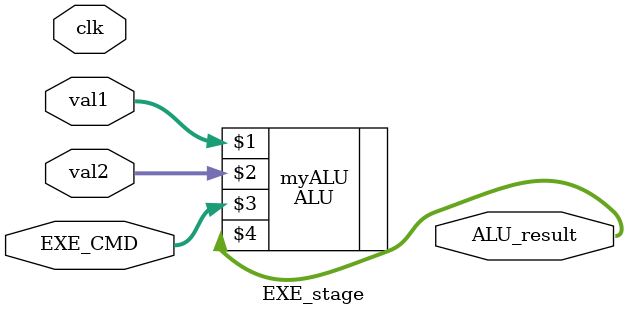
<source format=v>
module EXE_stage(input clk, input[3:0] EXE_CMD, input [31:0] val1, input [31:0] val2, output [31:0]ALU_result);

ALU myALU(val1, val2, EXE_CMD, ALU_result);

endmodule 
</source>
